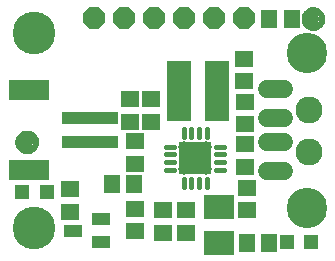
<source format=gbr>
G04 EAGLE Gerber RS-274X export*
G75*
%MOMM*%
%FSLAX34Y34*%
%LPD*%
%INSoldermask Top*%
%IPPOS*%
%AMOC8*
5,1,8,0,0,1.08239X$1,22.5*%
G01*
%ADD10R,2.801600X2.801600*%
%ADD11C,0.451600*%
%ADD12C,1.009600*%
%ADD13R,2.101600X5.101600*%
%ADD14R,1.601600X1.401600*%
%ADD15R,4.701600X1.101600*%
%ADD16R,3.501600X1.701600*%
%ADD17C,1.101600*%
%ADD18C,0.500000*%
%ADD19C,3.617600*%
%ADD20C,2.286000*%
%ADD21R,1.401600X1.601600*%
%ADD22C,1.559600*%
%ADD23C,3.417600*%
%ADD24R,1.301600X1.301600*%
%ADD25R,2.601600X2.051600*%
%ADD26P,2.034460X8X112.500000*%
%ADD27R,1.501600X1.101600*%


D10*
X161430Y84280D03*
D11*
X178930Y74530D02*
X185930Y74530D01*
X185930Y81030D02*
X178930Y81030D01*
X178930Y87530D02*
X185930Y87530D01*
X185930Y94030D02*
X178930Y94030D01*
X171180Y101780D02*
X171180Y108780D01*
X164680Y108780D02*
X164680Y101780D01*
X158180Y101780D02*
X158180Y108780D01*
X151680Y108780D02*
X151680Y101780D01*
X143930Y94030D02*
X136930Y94030D01*
X136930Y87530D02*
X143930Y87530D01*
X143930Y81030D02*
X136930Y81030D01*
X136930Y74530D02*
X143930Y74530D01*
X151680Y66780D02*
X151680Y59780D01*
X158180Y59780D02*
X158180Y66780D01*
X164680Y66780D02*
X164680Y59780D01*
X171180Y59780D02*
X171180Y66780D01*
D12*
X161430Y84280D03*
X170430Y75280D03*
X152430Y75280D03*
X152430Y93280D03*
X170430Y93280D03*
D13*
X148010Y141260D03*
X180010Y141260D03*
D14*
X106680Y133960D03*
X106680Y114960D03*
D15*
X72560Y97950D03*
X72560Y117950D03*
D16*
X20560Y73950D03*
X20560Y141950D03*
D14*
X205740Y59030D03*
X205740Y40030D03*
D17*
X19280Y97550D03*
D18*
X19280Y105050D02*
X19099Y105048D01*
X18918Y105041D01*
X18737Y105030D01*
X18556Y105015D01*
X18376Y104995D01*
X18196Y104971D01*
X18017Y104943D01*
X17839Y104910D01*
X17662Y104873D01*
X17485Y104832D01*
X17310Y104787D01*
X17135Y104737D01*
X16962Y104683D01*
X16791Y104625D01*
X16620Y104563D01*
X16452Y104496D01*
X16285Y104426D01*
X16119Y104352D01*
X15956Y104273D01*
X15795Y104191D01*
X15635Y104105D01*
X15478Y104015D01*
X15323Y103921D01*
X15170Y103824D01*
X15020Y103722D01*
X14872Y103618D01*
X14726Y103509D01*
X14584Y103398D01*
X14444Y103282D01*
X14307Y103164D01*
X14172Y103042D01*
X14041Y102917D01*
X13913Y102789D01*
X13788Y102658D01*
X13666Y102523D01*
X13548Y102386D01*
X13432Y102246D01*
X13321Y102104D01*
X13212Y101958D01*
X13108Y101810D01*
X13006Y101660D01*
X12909Y101507D01*
X12815Y101352D01*
X12725Y101195D01*
X12639Y101035D01*
X12557Y100874D01*
X12478Y100711D01*
X12404Y100545D01*
X12334Y100378D01*
X12267Y100210D01*
X12205Y100039D01*
X12147Y99868D01*
X12093Y99695D01*
X12043Y99520D01*
X11998Y99345D01*
X11957Y99168D01*
X11920Y98991D01*
X11887Y98813D01*
X11859Y98634D01*
X11835Y98454D01*
X11815Y98274D01*
X11800Y98093D01*
X11789Y97912D01*
X11782Y97731D01*
X11780Y97550D01*
X19280Y105050D02*
X19461Y105048D01*
X19642Y105041D01*
X19823Y105030D01*
X20004Y105015D01*
X20184Y104995D01*
X20364Y104971D01*
X20543Y104943D01*
X20721Y104910D01*
X20898Y104873D01*
X21075Y104832D01*
X21250Y104787D01*
X21425Y104737D01*
X21598Y104683D01*
X21769Y104625D01*
X21940Y104563D01*
X22108Y104496D01*
X22275Y104426D01*
X22441Y104352D01*
X22604Y104273D01*
X22765Y104191D01*
X22925Y104105D01*
X23082Y104015D01*
X23237Y103921D01*
X23390Y103824D01*
X23540Y103722D01*
X23688Y103618D01*
X23834Y103509D01*
X23976Y103398D01*
X24116Y103282D01*
X24253Y103164D01*
X24388Y103042D01*
X24519Y102917D01*
X24647Y102789D01*
X24772Y102658D01*
X24894Y102523D01*
X25012Y102386D01*
X25128Y102246D01*
X25239Y102104D01*
X25348Y101958D01*
X25452Y101810D01*
X25554Y101660D01*
X25651Y101507D01*
X25745Y101352D01*
X25835Y101195D01*
X25921Y101035D01*
X26003Y100874D01*
X26082Y100711D01*
X26156Y100545D01*
X26226Y100378D01*
X26293Y100210D01*
X26355Y100039D01*
X26413Y99868D01*
X26467Y99695D01*
X26517Y99520D01*
X26562Y99345D01*
X26603Y99168D01*
X26640Y98991D01*
X26673Y98813D01*
X26701Y98634D01*
X26725Y98454D01*
X26745Y98274D01*
X26760Y98093D01*
X26771Y97912D01*
X26778Y97731D01*
X26780Y97550D01*
X26778Y97369D01*
X26771Y97188D01*
X26760Y97007D01*
X26745Y96826D01*
X26725Y96646D01*
X26701Y96466D01*
X26673Y96287D01*
X26640Y96109D01*
X26603Y95932D01*
X26562Y95755D01*
X26517Y95580D01*
X26467Y95405D01*
X26413Y95232D01*
X26355Y95061D01*
X26293Y94890D01*
X26226Y94722D01*
X26156Y94555D01*
X26082Y94389D01*
X26003Y94226D01*
X25921Y94065D01*
X25835Y93905D01*
X25745Y93748D01*
X25651Y93593D01*
X25554Y93440D01*
X25452Y93290D01*
X25348Y93142D01*
X25239Y92996D01*
X25128Y92854D01*
X25012Y92714D01*
X24894Y92577D01*
X24772Y92442D01*
X24647Y92311D01*
X24519Y92183D01*
X24388Y92058D01*
X24253Y91936D01*
X24116Y91818D01*
X23976Y91702D01*
X23834Y91591D01*
X23688Y91482D01*
X23540Y91378D01*
X23390Y91276D01*
X23237Y91179D01*
X23082Y91085D01*
X22925Y90995D01*
X22765Y90909D01*
X22604Y90827D01*
X22441Y90748D01*
X22275Y90674D01*
X22108Y90604D01*
X21940Y90537D01*
X21769Y90475D01*
X21598Y90417D01*
X21425Y90363D01*
X21250Y90313D01*
X21075Y90268D01*
X20898Y90227D01*
X20721Y90190D01*
X20543Y90157D01*
X20364Y90129D01*
X20184Y90105D01*
X20004Y90085D01*
X19823Y90070D01*
X19642Y90059D01*
X19461Y90052D01*
X19280Y90050D01*
X19099Y90052D01*
X18918Y90059D01*
X18737Y90070D01*
X18556Y90085D01*
X18376Y90105D01*
X18196Y90129D01*
X18017Y90157D01*
X17839Y90190D01*
X17662Y90227D01*
X17485Y90268D01*
X17310Y90313D01*
X17135Y90363D01*
X16962Y90417D01*
X16791Y90475D01*
X16620Y90537D01*
X16452Y90604D01*
X16285Y90674D01*
X16119Y90748D01*
X15956Y90827D01*
X15795Y90909D01*
X15635Y90995D01*
X15478Y91085D01*
X15323Y91179D01*
X15170Y91276D01*
X15020Y91378D01*
X14872Y91482D01*
X14726Y91591D01*
X14584Y91702D01*
X14444Y91818D01*
X14307Y91936D01*
X14172Y92058D01*
X14041Y92183D01*
X13913Y92311D01*
X13788Y92442D01*
X13666Y92577D01*
X13548Y92714D01*
X13432Y92854D01*
X13321Y92996D01*
X13212Y93142D01*
X13108Y93290D01*
X13006Y93440D01*
X12909Y93593D01*
X12815Y93748D01*
X12725Y93905D01*
X12639Y94065D01*
X12557Y94226D01*
X12478Y94389D01*
X12404Y94555D01*
X12334Y94722D01*
X12267Y94890D01*
X12205Y95061D01*
X12147Y95232D01*
X12093Y95405D01*
X12043Y95580D01*
X11998Y95755D01*
X11957Y95932D01*
X11920Y96109D01*
X11887Y96287D01*
X11859Y96466D01*
X11835Y96646D01*
X11815Y96826D01*
X11800Y97007D01*
X11789Y97188D01*
X11782Y97369D01*
X11780Y97550D01*
D19*
X25400Y190500D03*
X25400Y25400D03*
D20*
X257810Y124680D03*
X257810Y89680D03*
D14*
X203700Y95870D03*
X203700Y76870D03*
X203520Y113030D03*
X203520Y132030D03*
D21*
X243180Y201930D03*
X224180Y201930D03*
D14*
X203200Y168250D03*
X203200Y149250D03*
D22*
X222150Y97950D02*
X236730Y97950D01*
X236730Y117950D02*
X222150Y117950D01*
X222150Y72950D02*
X236730Y72950D01*
X236730Y142950D02*
X222150Y142950D01*
D23*
X256540Y42250D03*
X256540Y173650D03*
D24*
X239010Y13650D03*
X260010Y13650D03*
D21*
X224130Y12700D03*
X205130Y12700D03*
D14*
X110160Y22240D03*
X110160Y41240D03*
X124460Y133960D03*
X124460Y114960D03*
X153670Y39980D03*
X153670Y20980D03*
X134620Y39980D03*
X134620Y20980D03*
X110490Y98400D03*
X110490Y79400D03*
D21*
X109830Y62230D03*
X90830Y62230D03*
D25*
X181610Y43190D03*
X181610Y12690D03*
D26*
X76200Y203200D03*
X101600Y203200D03*
X127000Y203200D03*
X152400Y203200D03*
X177800Y203200D03*
X203200Y203200D03*
D24*
X14900Y55880D03*
X35900Y55880D03*
D14*
X55880Y57760D03*
X55880Y38760D03*
D27*
X57850Y22860D03*
X81850Y32360D03*
X81850Y13360D03*
D17*
X261620Y201930D03*
D18*
X261620Y209430D02*
X261439Y209428D01*
X261258Y209421D01*
X261077Y209410D01*
X260896Y209395D01*
X260716Y209375D01*
X260536Y209351D01*
X260357Y209323D01*
X260179Y209290D01*
X260002Y209253D01*
X259825Y209212D01*
X259650Y209167D01*
X259475Y209117D01*
X259302Y209063D01*
X259131Y209005D01*
X258960Y208943D01*
X258792Y208876D01*
X258625Y208806D01*
X258459Y208732D01*
X258296Y208653D01*
X258135Y208571D01*
X257975Y208485D01*
X257818Y208395D01*
X257663Y208301D01*
X257510Y208204D01*
X257360Y208102D01*
X257212Y207998D01*
X257066Y207889D01*
X256924Y207778D01*
X256784Y207662D01*
X256647Y207544D01*
X256512Y207422D01*
X256381Y207297D01*
X256253Y207169D01*
X256128Y207038D01*
X256006Y206903D01*
X255888Y206766D01*
X255772Y206626D01*
X255661Y206484D01*
X255552Y206338D01*
X255448Y206190D01*
X255346Y206040D01*
X255249Y205887D01*
X255155Y205732D01*
X255065Y205575D01*
X254979Y205415D01*
X254897Y205254D01*
X254818Y205091D01*
X254744Y204925D01*
X254674Y204758D01*
X254607Y204590D01*
X254545Y204419D01*
X254487Y204248D01*
X254433Y204075D01*
X254383Y203900D01*
X254338Y203725D01*
X254297Y203548D01*
X254260Y203371D01*
X254227Y203193D01*
X254199Y203014D01*
X254175Y202834D01*
X254155Y202654D01*
X254140Y202473D01*
X254129Y202292D01*
X254122Y202111D01*
X254120Y201930D01*
X261620Y209430D02*
X261801Y209428D01*
X261982Y209421D01*
X262163Y209410D01*
X262344Y209395D01*
X262524Y209375D01*
X262704Y209351D01*
X262883Y209323D01*
X263061Y209290D01*
X263238Y209253D01*
X263415Y209212D01*
X263590Y209167D01*
X263765Y209117D01*
X263938Y209063D01*
X264109Y209005D01*
X264280Y208943D01*
X264448Y208876D01*
X264615Y208806D01*
X264781Y208732D01*
X264944Y208653D01*
X265105Y208571D01*
X265265Y208485D01*
X265422Y208395D01*
X265577Y208301D01*
X265730Y208204D01*
X265880Y208102D01*
X266028Y207998D01*
X266174Y207889D01*
X266316Y207778D01*
X266456Y207662D01*
X266593Y207544D01*
X266728Y207422D01*
X266859Y207297D01*
X266987Y207169D01*
X267112Y207038D01*
X267234Y206903D01*
X267352Y206766D01*
X267468Y206626D01*
X267579Y206484D01*
X267688Y206338D01*
X267792Y206190D01*
X267894Y206040D01*
X267991Y205887D01*
X268085Y205732D01*
X268175Y205575D01*
X268261Y205415D01*
X268343Y205254D01*
X268422Y205091D01*
X268496Y204925D01*
X268566Y204758D01*
X268633Y204590D01*
X268695Y204419D01*
X268753Y204248D01*
X268807Y204075D01*
X268857Y203900D01*
X268902Y203725D01*
X268943Y203548D01*
X268980Y203371D01*
X269013Y203193D01*
X269041Y203014D01*
X269065Y202834D01*
X269085Y202654D01*
X269100Y202473D01*
X269111Y202292D01*
X269118Y202111D01*
X269120Y201930D01*
X269118Y201749D01*
X269111Y201568D01*
X269100Y201387D01*
X269085Y201206D01*
X269065Y201026D01*
X269041Y200846D01*
X269013Y200667D01*
X268980Y200489D01*
X268943Y200312D01*
X268902Y200135D01*
X268857Y199960D01*
X268807Y199785D01*
X268753Y199612D01*
X268695Y199441D01*
X268633Y199270D01*
X268566Y199102D01*
X268496Y198935D01*
X268422Y198769D01*
X268343Y198606D01*
X268261Y198445D01*
X268175Y198285D01*
X268085Y198128D01*
X267991Y197973D01*
X267894Y197820D01*
X267792Y197670D01*
X267688Y197522D01*
X267579Y197376D01*
X267468Y197234D01*
X267352Y197094D01*
X267234Y196957D01*
X267112Y196822D01*
X266987Y196691D01*
X266859Y196563D01*
X266728Y196438D01*
X266593Y196316D01*
X266456Y196198D01*
X266316Y196082D01*
X266174Y195971D01*
X266028Y195862D01*
X265880Y195758D01*
X265730Y195656D01*
X265577Y195559D01*
X265422Y195465D01*
X265265Y195375D01*
X265105Y195289D01*
X264944Y195207D01*
X264781Y195128D01*
X264615Y195054D01*
X264448Y194984D01*
X264280Y194917D01*
X264109Y194855D01*
X263938Y194797D01*
X263765Y194743D01*
X263590Y194693D01*
X263415Y194648D01*
X263238Y194607D01*
X263061Y194570D01*
X262883Y194537D01*
X262704Y194509D01*
X262524Y194485D01*
X262344Y194465D01*
X262163Y194450D01*
X261982Y194439D01*
X261801Y194432D01*
X261620Y194430D01*
X261439Y194432D01*
X261258Y194439D01*
X261077Y194450D01*
X260896Y194465D01*
X260716Y194485D01*
X260536Y194509D01*
X260357Y194537D01*
X260179Y194570D01*
X260002Y194607D01*
X259825Y194648D01*
X259650Y194693D01*
X259475Y194743D01*
X259302Y194797D01*
X259131Y194855D01*
X258960Y194917D01*
X258792Y194984D01*
X258625Y195054D01*
X258459Y195128D01*
X258296Y195207D01*
X258135Y195289D01*
X257975Y195375D01*
X257818Y195465D01*
X257663Y195559D01*
X257510Y195656D01*
X257360Y195758D01*
X257212Y195862D01*
X257066Y195971D01*
X256924Y196082D01*
X256784Y196198D01*
X256647Y196316D01*
X256512Y196438D01*
X256381Y196563D01*
X256253Y196691D01*
X256128Y196822D01*
X256006Y196957D01*
X255888Y197094D01*
X255772Y197234D01*
X255661Y197376D01*
X255552Y197522D01*
X255448Y197670D01*
X255346Y197820D01*
X255249Y197973D01*
X255155Y198128D01*
X255065Y198285D01*
X254979Y198445D01*
X254897Y198606D01*
X254818Y198769D01*
X254744Y198935D01*
X254674Y199102D01*
X254607Y199270D01*
X254545Y199441D01*
X254487Y199612D01*
X254433Y199785D01*
X254383Y199960D01*
X254338Y200135D01*
X254297Y200312D01*
X254260Y200489D01*
X254227Y200667D01*
X254199Y200846D01*
X254175Y201026D01*
X254155Y201206D01*
X254140Y201387D01*
X254129Y201568D01*
X254122Y201749D01*
X254120Y201930D01*
M02*

</source>
